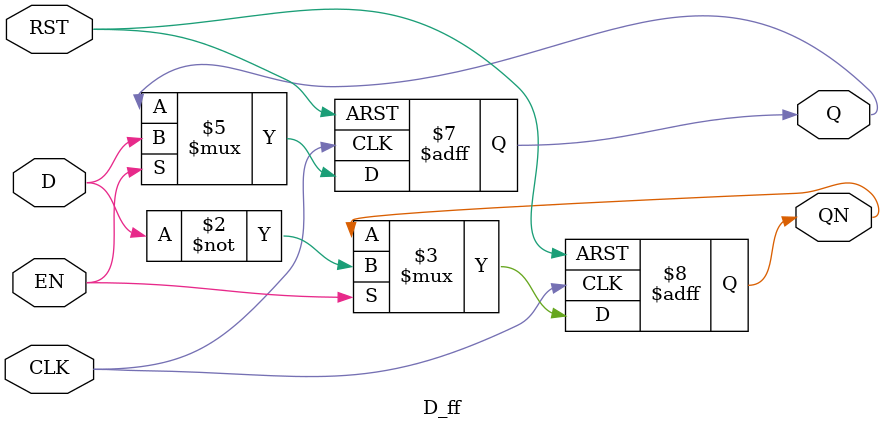
<source format=v>
`timescale 1ns / 1ps
module D_ff(Q,QN,D,EN,RST,CLK);
    output reg Q,QN;
    input D;
    input EN,RST,CLK;
    
    //always @(posedge CLK) begin
    always @(posedge CLK, posedge RST) begin // asynchronous reset
        if(RST) begin Q<=1'b0;QN<=1'b1;end
        else if(EN) begin Q<=D;QN<=~D;end
    end
endmodule

</source>
